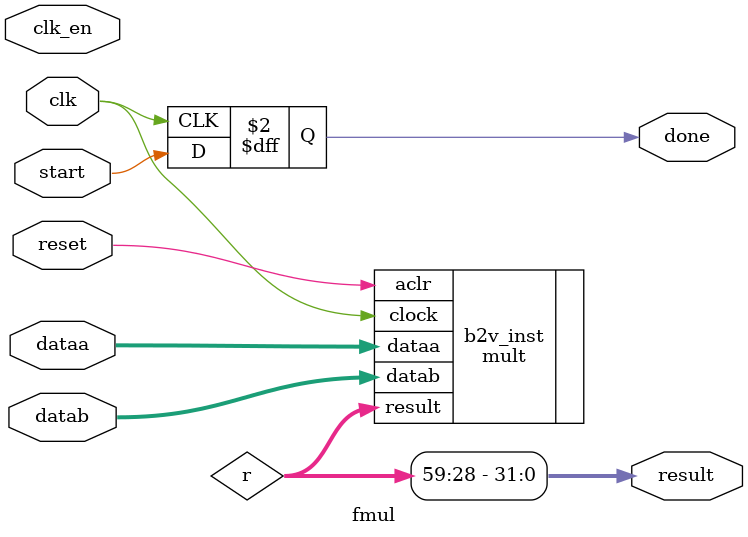
<source format=v>


module fmul(
	clk,
	reset,
	start,
	clk_en,
	dataa,
	datab,
	done,
	result
);

input	clk;
input	reset;
input	start;
input	clk_en;
input	[31:0] dataa;
input	[31:0] datab;
output	done;
reg	done;
output	[31:0] result;

wire	[63:0] r;





mult	b2v_inst(.clock(clk),
.aclr(reset),.dataa(dataa),.datab(datab),.result(r));


always@(posedge clk)
begin
	begin
	done <= start;
	end
end

assign	result[31:0] = r[59:28];


endmodule

</source>
